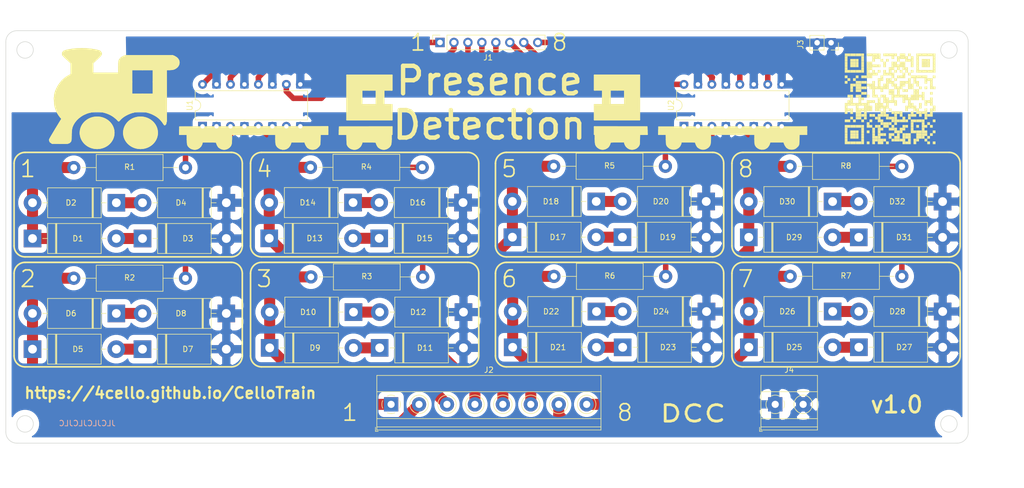
<source format=kicad_pcb>
(kicad_pcb (version 20171130) (host pcbnew "(5.1.9)-1")
  (layers (0 F.Cu signal) (31 B.Cu signal) (36 B.SilkS user) (37 F.SilkS user) (38 B.Mask user) (39 F.Mask user) (44 Edge.Cuts user))
  (net 0 "")
  (net 1 "Net-(D1-Pad2)")
  (net 2 "Net-(D2-Pad1)")
  (net 3 "Net-(D5-Pad2)")
  (net 4 "Net-(D6-Pad1)")
  (net 5 "Net-(D11-Pad1)")
  (net 6 "Net-(D10-Pad1)")
  (net 7 "Net-(D13-Pad2)")
  (net 8 "Net-(D14-Pad1)")
  (net 9 "Net-(D17-Pad2)")
  (net 10 "Net-(D18-Pad1)")
  (net 11 "Net-(D21-Pad2)")
  (net 12 "Net-(D22-Pad1)")
  (net 13 "Net-(D25-Pad2)")
  (net 14 "Net-(D26-Pad1)")
  (net 15 "Net-(D29-Pad2)")
  (net 16 "Net-(D30-Pad1)")
  (net 17 Booster)
  (net 18 /Quad_Sniffer1/Track1)
  (net 19 /Quad_Sniffer1/Track2)
  (net 20 /Quad_Sniffer1/Track3)
  (net 21 /Quad_Sniffer1/Track4)
  (net 22 /sheet60A16D49/Track1)
  (net 23 /sheet60A16D49/Track2)
  (net 24 /sheet60A16D49/Track3)
  (net 25 /sheet60A16D49/Track4)
  (net 26 /sheet60A16D49/Presence4)
  (net 27 /sheet60A16D49/Presence3)
  (net 28 /sheet60A16D49/Presence2)
  (net 29 /sheet60A16D49/Presence1)
  (net 30 /Quad_Sniffer1/Presence4)
  (net 31 /Quad_Sniffer1/Presence3)
  (net 32 /Quad_Sniffer1/Presence2)
  (net 33 /Quad_Sniffer1/Presence1)
  (net 34 LogicReference)
  (net 35 /Quad_Sniffer1/Sniffer1/Coupler)
  (net 36 /Quad_Sniffer1/Sniffer2/Coupler)
  (net 37 /Quad_Sniffer1/Sniffer3/Coupler)
  (net 38 /Quad_Sniffer1/Sniffer4/Coupler)
  (net 39 /sheet60A16D49/Sniffer1/Coupler)
  (net 40 /sheet60A16D49/Sniffer2/Coupler)
  (net 41 /sheet60A16D49/Sniffer3/Coupler)
  (net 42 /sheet60A16D49/Sniffer4/Coupler)
  (module train-presence:QR_CelloTrain (layer F.Cu) (at 215.205001 67.400001)
    (fp_text reference QR***** hide)
    (fp_text value QR_CelloTrain hide)
  )
  (module Diode_THT:D_DO-201AD_P15.24mm_Horizontal (layer F.Cu) (at 94.495001 86.300001 180)
    (fp_text reference D4 (at 8.24 0) (layer F.SilkS))
    (fp_text value 1N5401)
    (pad 1 thru_hole rect (at 0 0 180) (size 3.2 3.2) (drill 1.6) (layers *.Cu *.Mask) (net 17 Booster))
    (pad 2 thru_hole oval (at 15.24 0 180) (size 3.2 3.2) (drill 1.6) (layers *.Cu *.Mask) (net 2 "Net-(D2-Pad1)"))
  )
  (module train-presence:Locomotive_Waggons (layer F.Cu) (at 54.4 55.015)
    (fp_text reference REF** (at 16 11) (layer F.SilkS))
    (fp_text value Locomotive_Waggons)
  )
  (module Package_DIP:DIP-16_W7.62mm (layer F.Cu) (at 90.17 72.39 90)
    (fp_text reference U1 (at 3.81 -2.33 90) (layer F.SilkS))
    (fp_text value LTV-844)
    (pad 16 thru_hole oval (at 7.62 0 90) (size 1.6 1.6) (drill 0.8) (layers *.Cu *.Mask) (net 33 /Quad_Sniffer1/Presence1))
    (pad 8 thru_hole oval (at 0 17.78 90) (size 1.6 1.6) (drill 0.8) (layers *.Cu *.Mask) (net 17 Booster))
    (pad 15 thru_hole oval (at 7.62 2.54 90) (size 1.6 1.6) (drill 0.8) (layers *.Cu *.Mask) (net 34 LogicReference))
    (pad 7 thru_hole oval (at 0 15.24 90) (size 1.6 1.6) (drill 0.8) (layers *.Cu *.Mask) (net 38 /Quad_Sniffer1/Sniffer4/Coupler))
    (pad 14 thru_hole oval (at 7.62 5.08 90) (size 1.6 1.6) (drill 0.8) (layers *.Cu *.Mask) (net 32 /Quad_Sniffer1/Presence2))
    (pad 6 thru_hole oval (at 0 12.7 90) (size 1.6 1.6) (drill 0.8) (layers *.Cu *.Mask) (net 17 Booster))
    (pad 13 thru_hole oval (at 7.62 7.62 90) (size 1.6 1.6) (drill 0.8) (layers *.Cu *.Mask) (net 34 LogicReference))
    (pad 5 thru_hole oval (at 0 10.16 90) (size 1.6 1.6) (drill 0.8) (layers *.Cu *.Mask) (net 37 /Quad_Sniffer1/Sniffer3/Coupler))
    (pad 12 thru_hole oval (at 7.62 10.16 90) (size 1.6 1.6) (drill 0.8) (layers *.Cu *.Mask) (net 31 /Quad_Sniffer1/Presence3))
    (pad 4 thru_hole oval (at 0 7.62 90) (size 1.6 1.6) (drill 0.8) (layers *.Cu *.Mask) (net 17 Booster))
    (pad 11 thru_hole oval (at 7.62 12.7 90) (size 1.6 1.6) (drill 0.8) (layers *.Cu *.Mask) (net 34 LogicReference))
    (pad 3 thru_hole oval (at 0 5.08 90) (size 1.6 1.6) (drill 0.8) (layers *.Cu *.Mask) (net 36 /Quad_Sniffer1/Sniffer2/Coupler))
    (pad 10 thru_hole oval (at 7.62 15.24 90) (size 1.6 1.6) (drill 0.8) (layers *.Cu *.Mask) (net 30 /Quad_Sniffer1/Presence4))
    (pad 2 thru_hole oval (at 0 2.54 90) (size 1.6 1.6) (drill 0.8) (layers *.Cu *.Mask) (net 17 Booster))
    (pad 9 thru_hole oval (at 7.62 17.78 90) (size 1.6 1.6) (drill 0.8) (layers *.Cu *.Mask) (net 34 LogicReference))
    (pad 1 thru_hole rect (at 0 0 90) (size 1.6 1.6) (drill 0.8) (layers *.Cu *.Mask) (net 35 /Quad_Sniffer1/Sniffer1/Coupler))
  )
  (module Connector_PinSocket_2.54mm:PinSocket_1x08_P2.54mm_Vertical (layer F.Cu) (at 133.35 57.15 90)
    (fp_text reference J1 (at -2.75 8.75 180) (layer F.SilkS))
    (fp_text value Conn_01x08_Female)
    (pad 8 thru_hole oval (at 0 17.78 90) (size 1.7 1.7) (drill 1) (layers *.Cu *.Mask) (net 26 /sheet60A16D49/Presence4))
    (pad 7 thru_hole oval (at 0 15.24 90) (size 1.7 1.7) (drill 1) (layers *.Cu *.Mask) (net 27 /sheet60A16D49/Presence3))
    (pad 6 thru_hole oval (at 0 12.7 90) (size 1.7 1.7) (drill 1) (layers *.Cu *.Mask) (net 28 /sheet60A16D49/Presence2))
    (pad 5 thru_hole oval (at 0 10.16 90) (size 1.7 1.7) (drill 1) (layers *.Cu *.Mask) (net 29 /sheet60A16D49/Presence1))
    (pad 4 thru_hole oval (at 0 7.62 90) (size 1.7 1.7) (drill 1) (layers *.Cu *.Mask) (net 30 /Quad_Sniffer1/Presence4))
    (pad 3 thru_hole oval (at 0 5.08 90) (size 1.7 1.7) (drill 1) (layers *.Cu *.Mask) (net 31 /Quad_Sniffer1/Presence3))
    (pad 2 thru_hole oval (at 0 2.54 90) (size 1.7 1.7) (drill 1) (layers *.Cu *.Mask) (net 32 /Quad_Sniffer1/Presence2))
    (pad 1 thru_hole rect (at 0 0 90) (size 1.7 1.7) (drill 1) (layers *.Cu *.Mask) (net 33 /Quad_Sniffer1/Presence1))
  )
  (module TerminalBlock_Phoenix:TerminalBlock_Phoenix_MKDS-1,5-8-5.08_1x08_P5.08mm_Horizontal (layer F.Cu) (at 124.46 122.96)
    (fp_text reference J2 (at 17.78 -6.26) (layer F.SilkS))
    (fp_text value Screw_Terminal_01x08)
    (pad 8 thru_hole circle (at 35.56 0) (size 2.6 2.6) (drill 1.3) (layers *.Cu *.Mask) (net 25 /sheet60A16D49/Track4))
    (pad 7 thru_hole circle (at 30.48 0) (size 2.6 2.6) (drill 1.3) (layers *.Cu *.Mask) (net 24 /sheet60A16D49/Track3))
    (pad 6 thru_hole circle (at 25.4 0) (size 2.6 2.6) (drill 1.3) (layers *.Cu *.Mask) (net 23 /sheet60A16D49/Track2))
    (pad 5 thru_hole circle (at 20.32 0) (size 2.6 2.6) (drill 1.3) (layers *.Cu *.Mask) (net 22 /sheet60A16D49/Track1))
    (pad 4 thru_hole circle (at 15.24 0) (size 2.6 2.6) (drill 1.3) (layers *.Cu *.Mask) (net 21 /Quad_Sniffer1/Track4))
    (pad 3 thru_hole circle (at 10.16 0) (size 2.6 2.6) (drill 1.3) (layers *.Cu *.Mask) (net 20 /Quad_Sniffer1/Track3))
    (pad 2 thru_hole circle (at 5.08 0) (size 2.6 2.6) (drill 1.3) (layers *.Cu *.Mask) (net 19 /Quad_Sniffer1/Track2))
    (pad 1 thru_hole rect (at 0 0) (size 2.6 2.6) (drill 1.3) (layers *.Cu *.Mask) (net 18 /Quad_Sniffer1/Track1))
  )
  (module Connector_PinSocket_2.54mm:PinSocket_1x02_P2.54mm_Vertical (layer F.Cu) (at 204.47 57.2 270)
    (fp_text reference J3 (at 0.315 5.57 270) (layer F.SilkS))
    (fp_text value Conn_01x02_Female)
    (pad 1 thru_hole rect (at 0 0 270) (size 1.7 1.7) (drill 1) (layers *.Cu *.Mask) (net 34 LogicReference))
    (pad 2 thru_hole oval (at 0 2.54 270) (size 1.7 1.7) (drill 1) (layers *.Cu *.Mask) (net 34 LogicReference))
  )
  (module TerminalBlock_Phoenix:TerminalBlock_Phoenix_MKDS-1,5-2-5.08_1x02_P5.08mm_Horizontal (layer F.Cu) (at 194.31 122.96)
    (fp_text reference J4 (at 2.54 -6.26) (layer F.SilkS))
    (fp_text value Screw_Terminal_01x02)
    (pad 1 thru_hole rect (at 0 0) (size 2.6 2.6) (drill 1.3) (layers *.Cu *.Mask) (net 17 Booster))
    (pad 2 thru_hole circle (at 5.08 0) (size 2.6 2.6) (drill 1.3) (layers *.Cu *.Mask) (net 17 Booster))
  )
  (module Package_DIP:DIP-16_W7.62mm (layer F.Cu) (at 177.71 72.39 90)
    (fp_text reference U2 (at 3.81 -2.33 90) (layer F.SilkS))
    (fp_text value LTV-844)
    (pad 1 thru_hole rect (at 0 0 90) (size 1.6 1.6) (drill 0.8) (layers *.Cu *.Mask) (net 39 /sheet60A16D49/Sniffer1/Coupler))
    (pad 9 thru_hole oval (at 7.62 17.78 90) (size 1.6 1.6) (drill 0.8) (layers *.Cu *.Mask) (net 34 LogicReference))
    (pad 2 thru_hole oval (at 0 2.54 90) (size 1.6 1.6) (drill 0.8) (layers *.Cu *.Mask) (net 17 Booster))
    (pad 10 thru_hole oval (at 7.62 15.24 90) (size 1.6 1.6) (drill 0.8) (layers *.Cu *.Mask) (net 26 /sheet60A16D49/Presence4))
    (pad 3 thru_hole oval (at 0 5.08 90) (size 1.6 1.6) (drill 0.8) (layers *.Cu *.Mask) (net 40 /sheet60A16D49/Sniffer2/Coupler))
    (pad 11 thru_hole oval (at 7.62 12.7 90) (size 1.6 1.6) (drill 0.8) (layers *.Cu *.Mask) (net 34 LogicReference))
    (pad 4 thru_hole oval (at 0 7.62 90) (size 1.6 1.6) (drill 0.8) (layers *.Cu *.Mask) (net 17 Booster))
    (pad 12 thru_hole oval (at 7.62 10.16 90) (size 1.6 1.6) (drill 0.8) (layers *.Cu *.Mask) (net 27 /sheet60A16D49/Presence3))
    (pad 5 thru_hole oval (at 0 10.16 90) (size 1.6 1.6) (drill 0.8) (layers *.Cu *.Mask) (net 41 /sheet60A16D49/Sniffer3/Coupler))
    (pad 13 thru_hole oval (at 7.62 7.62 90) (size 1.6 1.6) (drill 0.8) (layers *.Cu *.Mask) (net 34 LogicReference))
    (pad 6 thru_hole oval (at 0 12.7 90) (size 1.6 1.6) (drill 0.8) (layers *.Cu *.Mask) (net 17 Booster))
    (pad 14 thru_hole oval (at 7.62 5.08 90) (size 1.6 1.6) (drill 0.8) (layers *.Cu *.Mask) (net 28 /sheet60A16D49/Presence2))
    (pad 7 thru_hole oval (at 0 15.24 90) (size 1.6 1.6) (drill 0.8) (layers *.Cu *.Mask) (net 42 /sheet60A16D49/Sniffer4/Coupler))
    (pad 15 thru_hole oval (at 7.62 2.54 90) (size 1.6 1.6) (drill 0.8) (layers *.Cu *.Mask) (net 34 LogicReference))
    (pad 8 thru_hole oval (at 0 17.78 90) (size 1.6 1.6) (drill 0.8) (layers *.Cu *.Mask) (net 17 Booster))
    (pad 16 thru_hole oval (at 7.62 0 90) (size 1.6 1.6) (drill 0.8) (layers *.Cu *.Mask) (net 29 /sheet60A16D49/Presence1))
  )
  (module Diode_THT:D_DO-201AD_P15.24mm_Horizontal (layer F.Cu) (at 59.255001 92.800001)
    (fp_text reference D1 (at 8.25 0) (layer F.SilkS))
    (fp_text value 1N5401)
    (pad 2 thru_hole oval (at 15.24 0) (size 3.2 3.2) (drill 1.6) (layers *.Cu *.Mask) (net 1 "Net-(D1-Pad2)"))
    (pad 1 thru_hole rect (at 0 0) (size 3.2 3.2) (drill 1.6) (layers *.Cu *.Mask) (net 18 /Quad_Sniffer1/Track1))
  )
  (module Diode_THT:D_DO-201AD_P15.24mm_Horizontal (layer F.Cu) (at 74.495001 86.300001 180)
    (fp_text reference D2 (at 8.24 0) (layer F.SilkS))
    (fp_text value 1N5401)
    (pad 2 thru_hole oval (at 15.24 0 180) (size 3.2 3.2) (drill 1.6) (layers *.Cu *.Mask) (net 18 /Quad_Sniffer1/Track1))
    (pad 1 thru_hole rect (at 0 0 180) (size 3.2 3.2) (drill 1.6) (layers *.Cu *.Mask) (net 2 "Net-(D2-Pad1)"))
  )
  (module Diode_THT:D_DO-201AD_P15.24mm_Horizontal (layer F.Cu) (at 79.255001 92.800001)
    (fp_text reference D3 (at 8.25 0) (layer F.SilkS))
    (fp_text value 1N5401)
    (pad 1 thru_hole rect (at 0 0) (size 3.2 3.2) (drill 1.6) (layers *.Cu *.Mask) (net 1 "Net-(D1-Pad2)"))
    (pad 2 thru_hole oval (at 15.24 0) (size 3.2 3.2) (drill 1.6) (layers *.Cu *.Mask) (net 17 Booster))
  )
  (module Diode_THT:D_DO-201AD_P15.24mm_Horizontal (layer F.Cu) (at 59.250001 112.925001)
    (fp_text reference D5 (at 8.25 0) (layer F.SilkS))
    (fp_text value 1N5401)
    (pad 1 thru_hole rect (at 0 0) (size 3.2 3.2) (drill 1.6) (layers *.Cu *.Mask) (net 19 /Quad_Sniffer1/Track2))
    (pad 2 thru_hole oval (at 15.24 0) (size 3.2 3.2) (drill 1.6) (layers *.Cu *.Mask) (net 3 "Net-(D5-Pad2)"))
  )
  (module Diode_THT:D_DO-201AD_P15.24mm_Horizontal (layer F.Cu) (at 74.490001 106.425001 180)
    (fp_text reference D6 (at 8.24 0) (layer F.SilkS))
    (fp_text value 1N5401)
    (pad 1 thru_hole rect (at 0 0 180) (size 3.2 3.2) (drill 1.6) (layers *.Cu *.Mask) (net 4 "Net-(D6-Pad1)"))
    (pad 2 thru_hole oval (at 15.24 0 180) (size 3.2 3.2) (drill 1.6) (layers *.Cu *.Mask) (net 19 /Quad_Sniffer1/Track2))
  )
  (module Diode_THT:D_DO-201AD_P15.24mm_Horizontal (layer F.Cu) (at 79.250001 112.925001)
    (fp_text reference D7 (at 8.25 0) (layer F.SilkS))
    (fp_text value 1N5401)
    (pad 2 thru_hole oval (at 15.24 0) (size 3.2 3.2) (drill 1.6) (layers *.Cu *.Mask) (net 17 Booster))
    (pad 1 thru_hole rect (at 0 0) (size 3.2 3.2) (drill 1.6) (layers *.Cu *.Mask) (net 3 "Net-(D5-Pad2)"))
  )
  (module Diode_THT:D_DO-201AD_P15.24mm_Horizontal (layer F.Cu) (at 94.490001 106.425001 180)
    (fp_text reference D8 (at 8.24 0) (layer F.SilkS))
    (fp_text value 1N5401)
    (pad 1 thru_hole rect (at 0 0 180) (size 3.2 3.2) (drill 1.6) (layers *.Cu *.Mask) (net 17 Booster))
    (pad 2 thru_hole oval (at 15.24 0 180) (size 3.2 3.2) (drill 1.6) (layers *.Cu *.Mask) (net 4 "Net-(D6-Pad1)"))
  )
  (module Diode_THT:D_DO-201AD_P15.24mm_Horizontal (layer F.Cu) (at 102.380001 112.685001)
    (fp_text reference D9 (at 8.25 0) (layer F.SilkS))
    (fp_text value 1N5401)
    (pad 1 thru_hole rect (at 0 0) (size 3.2 3.2) (drill 1.6) (layers *.Cu *.Mask) (net 20 /Quad_Sniffer1/Track3))
    (pad 2 thru_hole oval (at 15.24 0) (size 3.2 3.2) (drill 1.6) (layers *.Cu *.Mask) (net 5 "Net-(D11-Pad1)"))
  )
  (module Diode_THT:D_DO-201AD_P15.24mm_Horizontal (layer F.Cu) (at 117.620001 106.185001 180)
    (fp_text reference D10 (at 8.24 0) (layer F.SilkS))
    (fp_text value 1N5401)
    (pad 1 thru_hole rect (at 0 0 180) (size 3.2 3.2) (drill 1.6) (layers *.Cu *.Mask) (net 6 "Net-(D10-Pad1)"))
    (pad 2 thru_hole oval (at 15.24 0 180) (size 3.2 3.2) (drill 1.6) (layers *.Cu *.Mask) (net 20 /Quad_Sniffer1/Track3))
  )
  (module Diode_THT:D_DO-201AD_P15.24mm_Horizontal (layer F.Cu) (at 122.380001 112.685001)
    (fp_text reference D11 (at 8.25 0) (layer F.SilkS))
    (fp_text value 1N5401)
    (pad 2 thru_hole oval (at 15.24 0) (size 3.2 3.2) (drill 1.6) (layers *.Cu *.Mask) (net 17 Booster))
    (pad 1 thru_hole rect (at 0 0) (size 3.2 3.2) (drill 1.6) (layers *.Cu *.Mask) (net 5 "Net-(D11-Pad1)"))
  )
  (module Diode_THT:D_DO-201AD_P15.24mm_Horizontal (layer F.Cu) (at 137.620001 106.185001 180)
    (fp_text reference D12 (at 8.24 0) (layer F.SilkS))
    (fp_text value 1N5401)
    (pad 2 thru_hole oval (at 15.24 0 180) (size 3.2 3.2) (drill 1.6) (layers *.Cu *.Mask) (net 6 "Net-(D10-Pad1)"))
    (pad 1 thru_hole rect (at 0 0 180) (size 3.2 3.2) (drill 1.6) (layers *.Cu *.Mask) (net 17 Booster))
  )
  (module Diode_THT:D_DO-201AD_P15.24mm_Horizontal (layer F.Cu) (at 102.300001 92.765001)
    (fp_text reference D13 (at 8.25 0) (layer F.SilkS))
    (fp_text value 1N5401)
    (pad 1 thru_hole rect (at 0 0) (size 3.2 3.2) (drill 1.6) (layers *.Cu *.Mask) (net 21 /Quad_Sniffer1/Track4))
    (pad 2 thru_hole oval (at 15.24 0) (size 3.2 3.2) (drill 1.6) (layers *.Cu *.Mask) (net 7 "Net-(D13-Pad2)"))
  )
  (module Diode_THT:D_DO-201AD_P15.24mm_Horizontal (layer F.Cu) (at 117.540001 86.265001 180)
    (fp_text reference D14 (at 8.24 0) (layer F.SilkS))
    (fp_text value 1N5401)
    (pad 1 thru_hole rect (at 0 0 180) (size 3.2 3.2) (drill 1.6) (layers *.Cu *.Mask) (net 8 "Net-(D14-Pad1)"))
    (pad 2 thru_hole oval (at 15.24 0 180) (size 3.2 3.2) (drill 1.6) (layers *.Cu *.Mask) (net 21 /Quad_Sniffer1/Track4))
  )
  (module Diode_THT:D_DO-201AD_P15.24mm_Horizontal (layer F.Cu) (at 122.300001 92.765001)
    (fp_text reference D15 (at 8.25 0) (layer F.SilkS))
    (fp_text value 1N5401)
    (pad 2 thru_hole oval (at 15.24 0) (size 3.2 3.2) (drill 1.6) (layers *.Cu *.Mask) (net 17 Booster))
    (pad 1 thru_hole rect (at 0 0) (size 3.2 3.2) (drill 1.6) (layers *.Cu *.Mask) (net 7 "Net-(D13-Pad2)"))
  )
  (module Diode_THT:D_DO-201AD_P15.24mm_Horizontal (layer F.Cu) (at 137.540001 86.265001 180)
    (fp_text reference D16 (at 8.24 0) (layer F.SilkS))
    (fp_text value 1N5401)
    (pad 2 thru_hole oval (at 15.24 0 180) (size 3.2 3.2) (drill 1.6) (layers *.Cu *.Mask) (net 8 "Net-(D14-Pad1)"))
    (pad 1 thru_hole rect (at 0 0 180) (size 3.2 3.2) (drill 1.6) (layers *.Cu *.Mask) (net 17 Booster))
  )
  (module Diode_THT:D_DO-201AD_P15.24mm_Horizontal (layer F.Cu) (at 146.520001 92.565001)
    (fp_text reference D17 (at 8.25 0) (layer F.SilkS))
    (fp_text value 1N5401)
    (pad 1 thru_hole rect (at 0 0) (size 3.2 3.2) (drill 1.6) (layers *.Cu *.Mask) (net 22 /sheet60A16D49/Track1))
    (pad 2 thru_hole oval (at 15.24 0) (size 3.2 3.2) (drill 1.6) (layers *.Cu *.Mask) (net 9 "Net-(D17-Pad2)"))
  )
  (module Diode_THT:D_DO-201AD_P15.24mm_Horizontal (layer F.Cu) (at 161.760001 86.065001 180)
    (fp_text reference D18 (at 8.24 0) (layer F.SilkS))
    (fp_text value 1N5401)
    (pad 1 thru_hole rect (at 0 0 180) (size 3.2 3.2) (drill 1.6) (layers *.Cu *.Mask) (net 10 "Net-(D18-Pad1)"))
    (pad 2 thru_hole oval (at 15.24 0 180) (size 3.2 3.2) (drill 1.6) (layers *.Cu *.Mask) (net 22 /sheet60A16D49/Track1))
  )
  (module Diode_THT:D_DO-201AD_P15.24mm_Horizontal (layer F.Cu) (at 166.520001 92.565001)
    (fp_text reference D19 (at 8.25 0) (layer F.SilkS))
    (fp_text value 1N5401)
    (pad 2 thru_hole oval (at 15.24 0) (size 3.2 3.2) (drill 1.6) (layers *.Cu *.Mask) (net 17 Booster))
    (pad 1 thru_hole rect (at 0 0) (size 3.2 3.2) (drill 1.6) (layers *.Cu *.Mask) (net 9 "Net-(D17-Pad2)"))
  )
  (module Diode_THT:D_DO-201AD_P15.24mm_Horizontal (layer F.Cu) (at 181.760001 86.065001 180)
    (fp_text reference D20 (at 8.24 0) (layer F.SilkS))
    (fp_text value 1N5401)
    (pad 2 thru_hole oval (at 15.24 0 180) (size 3.2 3.2) (drill 1.6) (layers *.Cu *.Mask) (net 10 "Net-(D18-Pad1)"))
    (pad 1 thru_hole rect (at 0 0 180) (size 3.2 3.2) (drill 1.6) (layers *.Cu *.Mask) (net 17 Booster))
  )
  (module Diode_THT:D_DO-201AD_P15.24mm_Horizontal (layer F.Cu) (at 146.570001 112.585001)
    (fp_text reference D21 (at 8.25 0) (layer F.SilkS))
    (fp_text value 1N5401)
    (pad 2 thru_hole oval (at 15.24 0) (size 3.2 3.2) (drill 1.6) (layers *.Cu *.Mask) (net 11 "Net-(D21-Pad2)"))
    (pad 1 thru_hole rect (at 0 0) (size 3.2 3.2) (drill 1.6) (layers *.Cu *.Mask) (net 23 /sheet60A16D49/Track2))
  )
  (module Diode_THT:D_DO-201AD_P15.24mm_Horizontal (layer F.Cu) (at 161.810001 106.085001 180)
    (fp_text reference D22 (at 8.24 0) (layer F.SilkS))
    (fp_text value 1N5401)
    (pad 2 thru_hole oval (at 15.24 0 180) (size 3.2 3.2) (drill 1.6) (layers *.Cu *.Mask) (net 23 /sheet60A16D49/Track2))
    (pad 1 thru_hole rect (at 0 0 180) (size 3.2 3.2) (drill 1.6) (layers *.Cu *.Mask) (net 12 "Net-(D22-Pad1)"))
  )
  (module Diode_THT:D_DO-201AD_P15.24mm_Horizontal (layer F.Cu) (at 166.570001 112.585001)
    (fp_text reference D23 (at 8.25 0) (layer F.SilkS))
    (fp_text value 1N5401)
    (pad 1 thru_hole rect (at 0 0) (size 3.2 3.2) (drill 1.6) (layers *.Cu *.Mask) (net 11 "Net-(D21-Pad2)"))
    (pad 2 thru_hole oval (at 15.24 0) (size 3.2 3.2) (drill 1.6) (layers *.Cu *.Mask) (net 17 Booster))
  )
  (module Diode_THT:D_DO-201AD_P15.24mm_Horizontal (layer F.Cu) (at 181.810001 106.085001 180)
    (fp_text reference D24 (at 8.24 0) (layer F.SilkS))
    (fp_text value 1N5401)
    (pad 1 thru_hole rect (at 0 0 180) (size 3.2 3.2) (drill 1.6) (layers *.Cu *.Mask) (net 17 Booster))
    (pad 2 thru_hole oval (at 15.24 0 180) (size 3.2 3.2) (drill 1.6) (layers *.Cu *.Mask) (net 12 "Net-(D22-Pad1)"))
  )
  (module Diode_THT:D_DO-201AD_P15.24mm_Horizontal (layer F.Cu) (at 189.520001 112.575001)
    (fp_text reference D25 (at 8.25 0) (layer F.SilkS))
    (fp_text value 1N5401)
    (pad 2 thru_hole oval (at 15.24 0) (size 3.2 3.2) (drill 1.6) (layers *.Cu *.Mask) (net 13 "Net-(D25-Pad2)"))
    (pad 1 thru_hole rect (at 0 0) (size 3.2 3.2) (drill 1.6) (layers *.Cu *.Mask) (net 24 /sheet60A16D49/Track3))
  )
  (module Diode_THT:D_DO-201AD_P15.24mm_Horizontal (layer F.Cu) (at 204.760001 106.075001 180)
    (fp_text reference D26 (at 8.24 0) (layer F.SilkS))
    (fp_text value 1N5401)
    (pad 1 thru_hole rect (at 0 0 180) (size 3.2 3.2) (drill 1.6) (layers *.Cu *.Mask) (net 14 "Net-(D26-Pad1)"))
    (pad 2 thru_hole oval (at 15.24 0 180) (size 3.2 3.2) (drill 1.6) (layers *.Cu *.Mask) (net 24 /sheet60A16D49/Track3))
  )
  (module Diode_THT:D_DO-201AD_P15.24mm_Horizontal (layer F.Cu) (at 209.520001 112.575001)
    (fp_text reference D27 (at 8.25 0) (layer F.SilkS))
    (fp_text value 1N5401)
    (pad 2 thru_hole oval (at 15.24 0) (size 3.2 3.2) (drill 1.6) (layers *.Cu *.Mask) (net 17 Booster))
    (pad 1 thru_hole rect (at 0 0) (size 3.2 3.2) (drill 1.6) (layers *.Cu *.Mask) (net 13 "Net-(D25-Pad2)"))
  )
  (module Diode_THT:D_DO-201AD_P15.24mm_Horizontal (layer F.Cu) (at 224.760001 106.075001 180)
    (fp_text reference D28 (at 8.24 0) (layer F.SilkS))
    (fp_text value 1N5401)
    (pad 2 thru_hole oval (at 15.24 0 180) (size 3.2 3.2) (drill 1.6) (layers *.Cu *.Mask) (net 14 "Net-(D26-Pad1)"))
    (pad 1 thru_hole rect (at 0 0 180) (size 3.2 3.2) (drill 1.6) (layers *.Cu *.Mask) (net 17 Booster))
  )
  (module Diode_THT:D_DO-201AD_P15.24mm_Horizontal (layer F.Cu) (at 189.500001 92.585001)
    (fp_text reference D29 (at 8.25 0) (layer F.SilkS))
    (fp_text value 1N5401)
    (pad 2 thru_hole oval (at 15.24 0) (size 3.2 3.2) (drill 1.6) (layers *.Cu *.Mask) (net 15 "Net-(D29-Pad2)"))
    (pad 1 thru_hole rect (at 0 0) (size 3.2 3.2) (drill 1.6) (layers *.Cu *.Mask) (net 25 /sheet60A16D49/Track4))
  )
  (module Diode_THT:D_DO-201AD_P15.24mm_Horizontal (layer F.Cu) (at 204.740001 86.085001 180)
    (fp_text reference D30 (at 8.24 0) (layer F.SilkS))
    (fp_text value 1N5401)
    (pad 2 thru_hole oval (at 15.24 0 180) (size 3.2 3.2) (drill 1.6) (layers *.Cu *.Mask) (net 25 /sheet60A16D49/Track4))
    (pad 1 thru_hole rect (at 0 0 180) (size 3.2 3.2) (drill 1.6) (layers *.Cu *.Mask) (net 16 "Net-(D30-Pad1)"))
  )
  (module Diode_THT:D_DO-201AD_P15.24mm_Horizontal (layer F.Cu) (at 209.500001 92.585001)
    (fp_text reference D31 (at 8.25 0) (layer F.SilkS))
    (fp_text value 1N5401)
    (pad 1 thru_hole rect (at 0 0) (size 3.2 3.2) (drill 1.6) (layers *.Cu *.Mask) (net 15 "Net-(D29-Pad2)"))
    (pad 2 thru_hole oval (at 15.24 0) (size 3.2 3.2) (drill 1.6) (layers *.Cu *.Mask) (net 17 Booster))
  )
  (module Diode_THT:D_DO-201AD_P15.24mm_Horizontal (layer F.Cu) (at 224.740001 86.085001 180)
    (fp_text reference D32 (at 8.24 0) (layer F.SilkS))
    (fp_text value 1N5401)
    (pad 1 thru_hole rect (at 0 0 180) (size 3.2 3.2) (drill 1.6) (layers *.Cu *.Mask) (net 17 Booster))
    (pad 2 thru_hole oval (at 15.24 0 180) (size 3.2 3.2) (drill 1.6) (layers *.Cu *.Mask) (net 16 "Net-(D30-Pad1)"))
  )
  (module Resistor_THT:R_Axial_DIN0414_L11.9mm_D4.5mm_P20.32mm_Horizontal (layer F.Cu) (at 66.755001 79.900001)
    (fp_text reference R1 (at 10.16 -0.1) (layer F.SilkS))
    (fp_text value R)
    (pad 2 thru_hole oval (at 20.32 0) (size 2.4 2.4) (drill 1.2) (layers *.Cu *.Mask) (net 35 /Quad_Sniffer1/Sniffer1/Coupler))
    (pad 1 thru_hole circle (at 0 0) (size 2.4 2.4) (drill 1.2) (layers *.Cu *.Mask) (net 18 /Quad_Sniffer1/Track1))
  )
  (module Resistor_THT:R_Axial_DIN0414_L11.9mm_D4.5mm_P20.32mm_Horizontal (layer F.Cu) (at 66.750001 100.025001)
    (fp_text reference R2 (at 10.16 -0.1) (layer F.SilkS))
    (fp_text value R)
    (pad 2 thru_hole oval (at 20.32 0) (size 2.4 2.4) (drill 1.2) (layers *.Cu *.Mask) (net 36 /Quad_Sniffer1/Sniffer2/Coupler))
    (pad 1 thru_hole circle (at 0 0) (size 2.4 2.4) (drill 1.2) (layers *.Cu *.Mask) (net 19 /Quad_Sniffer1/Track2))
  )
  (module Resistor_THT:R_Axial_DIN0414_L11.9mm_D4.5mm_P20.32mm_Horizontal (layer F.Cu) (at 109.880001 99.785001)
    (fp_text reference R3 (at 10.16 -0.1) (layer F.SilkS))
    (fp_text value R)
    (pad 1 thru_hole circle (at 0 0) (size 2.4 2.4) (drill 1.2) (layers *.Cu *.Mask) (net 20 /Quad_Sniffer1/Track3))
    (pad 2 thru_hole oval (at 20.32 0) (size 2.4 2.4) (drill 1.2) (layers *.Cu *.Mask) (net 37 /Quad_Sniffer1/Sniffer3/Coupler))
  )
  (module Resistor_THT:R_Axial_DIN0414_L11.9mm_D4.5mm_P20.32mm_Horizontal (layer F.Cu) (at 109.800001 79.865001)
    (fp_text reference R4 (at 10.16 -0.1) (layer F.SilkS))
    (fp_text value R)
    (pad 2 thru_hole oval (at 20.32 0) (size 2.4 2.4) (drill 1.2) (layers *.Cu *.Mask) (net 38 /Quad_Sniffer1/Sniffer4/Coupler))
    (pad 1 thru_hole circle (at 0 0) (size 2.4 2.4) (drill 1.2) (layers *.Cu *.Mask) (net 21 /Quad_Sniffer1/Track4))
  )
  (module Resistor_THT:R_Axial_DIN0414_L11.9mm_D4.5mm_P20.32mm_Horizontal (layer F.Cu) (at 154.020001 79.665001)
    (fp_text reference R5 (at 10.16 -0.1) (layer F.SilkS))
    (fp_text value R)
    (pad 1 thru_hole circle (at 0 0) (size 2.4 2.4) (drill 1.2) (layers *.Cu *.Mask) (net 22 /sheet60A16D49/Track1))
    (pad 2 thru_hole oval (at 20.32 0) (size 2.4 2.4) (drill 1.2) (layers *.Cu *.Mask) (net 39 /sheet60A16D49/Sniffer1/Coupler))
  )
  (module Resistor_THT:R_Axial_DIN0414_L11.9mm_D4.5mm_P20.32mm_Horizontal (layer F.Cu) (at 154.070001 99.685001)
    (fp_text reference R6 (at 10.16 -0.1) (layer F.SilkS))
    (fp_text value R)
    (pad 2 thru_hole oval (at 20.32 0) (size 2.4 2.4) (drill 1.2) (layers *.Cu *.Mask) (net 40 /sheet60A16D49/Sniffer2/Coupler))
    (pad 1 thru_hole circle (at 0 0) (size 2.4 2.4) (drill 1.2) (layers *.Cu *.Mask) (net 23 /sheet60A16D49/Track2))
  )
  (module Resistor_THT:R_Axial_DIN0414_L11.9mm_D4.5mm_P20.32mm_Horizontal (layer F.Cu) (at 197.020001 99.675001)
    (fp_text reference R7 (at 10.16 -0.1) (layer F.SilkS))
    (fp_text value R)
    (pad 1 thru_hole circle (at 0 0) (size 2.4 2.4) (drill 1.2) (layers *.Cu *.Mask) (net 24 /sheet60A16D49/Track3))
    (pad 2 thru_hole oval (at 20.32 0) (size 2.4 2.4) (drill 1.2) (layers *.Cu *.Mask) (net 41 /sheet60A16D49/Sniffer3/Coupler))
  )
  (module Resistor_THT:R_Axial_DIN0414_L11.9mm_D4.5mm_P20.32mm_Horizontal (layer F.Cu) (at 197.000001 79.685001)
    (fp_text reference R8 (at 10.16 -0.1) (layer F.SilkS))
    (fp_text value R)
    (pad 2 thru_hole oval (at 20.32 0) (size 2.4 2.4) (drill 1.2) (layers *.Cu *.Mask) (net 42 /sheet60A16D49/Sniffer4/Coupler))
    (pad 1 thru_hole circle (at 0 0) (size 2.4 2.4) (drill 1.2) (layers *.Cu *.Mask) (net 25 /sheet60A16D49/Track4))
  )
  (gr_text JLCJLCJLCJLC (at 69.205001 126.400001) (layer B.SilkS) (effects (font (size 1 1)) (justify mirror)))
  (gr_text https://4cello.github.io/CelloTrain (at 84.305001 120.900001) (layer F.SilkS) (effects (font (size 2 2) (thickness 0.4))))
  (gr_text v1.0 (at 216.4 123.015) (layer F.SilkS) (effects (font (size 3 3) (thickness 0.5))))
  (gr_circle (center 57.9 58.515) (end 56.4 58.515) (layer Edge.Cuts) (width 0.1))
  (gr_line (start 54.4 57.015) (end 54.4 128.015) (layer Edge.Cuts) (width 0.1))
  (gr_line (start 56.4 55.015) (end 227.4 55.015) (layer Edge.Cuts) (width 0.1))
  (gr_arc (start 56.4 57.015) (end 56.4 55.015) (angle -90) (layer Edge.Cuts) (width 0.1))
  (gr_circle (center 225.9 58.515) (end 224.4 58.515) (layer Edge.Cuts) (width 0.1))
  (gr_circle (center 225.9 126.515) (end 224.4 126.515) (layer Edge.Cuts) (width 0.1))
  (gr_circle (center 57.9 126.515) (end 56.4 126.515) (layer Edge.Cuts) (width 0.1))
  (gr_arc (start 227.4 57.015) (end 229.4 57.015) (angle -90) (layer Edge.Cuts) (width 0.1))
  (gr_arc (start 227.4 128.015) (end 227.4 130.015) (angle -90) (layer Edge.Cuts) (width 0.1))
  (gr_arc (start 56.4 128.015) (end 54.4 128.015) (angle -90) (layer Edge.Cuts) (width 0.1))
  (gr_line (start 229.4 57.015) (end 229.4 128.015) (layer Edge.Cuts) (width 0.1))
  (gr_line (start 56.4 130.015) (end 227.4 130.015) (layer Edge.Cuts) (width 0.1))
  (gr_text "Presence\nDetection" (at 142.35 68.15) (layer F.SilkS) (effects (font (size 5 5) (thickness 0.8))))
  (gr_text DCC (at 179.35 124.65) (layer F.SilkS) (effects (font (size 3 4) (thickness 0.5))))
  (gr_text 8 (at 155.1 57.15) (layer F.SilkS) (effects (font (size 3 3) (thickness 0.3))))
  (gr_text 1 (at 129.35 57.15) (layer F.SilkS) (effects (font (size 3 3) (thickness 0.3))))
  (gr_text 8 (at 166.96 124.46) (layer F.SilkS) (effects (font (size 3 3) (thickness 0.3))))
  (gr_text 1 (at 116.96 124.46) (layer F.SilkS) (effects (font (size 3 3) (thickness 0.3))))
  (gr_text 3 (at 101.4 100.14) (layer F.SilkS) (effects (font (size 3 3) (thickness 0.3))))
  (gr_arc (start 100.9 99.14) (end 100.9 97.14) (angle -90) (layer F.SilkS) (width 0.3))
  (gr_line (start 140.4 99.14) (end 140.4 114.14) (layer F.SilkS) (width 0.3))
  (gr_line (start 100.9 97.14) (end 138.4 97.14) (layer F.SilkS) (width 0.3))
  (gr_arc (start 138.4 114.14) (end 138.4 116.14) (angle -90) (layer F.SilkS) (width 0.3))
  (gr_line (start 138.4 116.14) (end 100.9 116.14) (layer F.SilkS) (width 0.3))
  (gr_arc (start 100.9 114.14) (end 98.9 114.14) (angle -90) (layer F.SilkS) (width 0.3))
  (gr_line (start 98.9 114.14) (end 98.9 99.14) (layer F.SilkS) (width 0.3))
  (gr_arc (start 138.4 99.14) (end 140.4 99.14) (angle -90) (layer F.SilkS) (width 0.3))
  (gr_text 6 (at 145.94 100.14) (layer F.SilkS) (effects (font (size 3 3) (thickness 0.3))))
  (gr_arc (start 145.44 99.14) (end 145.44 97.14) (angle -90) (layer F.SilkS) (width 0.3))
  (gr_line (start 184.94 99.14) (end 184.94 114.14) (layer F.SilkS) (width 0.3))
  (gr_line (start 145.44 97.14) (end 182.94 97.14) (layer F.SilkS) (width 0.3))
  (gr_arc (start 182.94 114.14) (end 182.94 116.14) (angle -90) (layer F.SilkS) (width 0.3))
  (gr_line (start 182.94 116.14) (end 145.44 116.14) (layer F.SilkS) (width 0.3))
  (gr_arc (start 145.44 114.14) (end 143.44 114.14) (angle -90) (layer F.SilkS) (width 0.3))
  (gr_line (start 143.44 114.14) (end 143.44 99.14) (layer F.SilkS) (width 0.3))
  (gr_arc (start 182.94 99.14) (end 184.94 99.14) (angle -90) (layer F.SilkS) (width 0.3))
  (gr_text 7 (at 188.94 100.14) (layer F.SilkS) (effects (font (size 3 3) (thickness 0.3))))
  (gr_arc (start 188.44 99.14) (end 188.44 97.14) (angle -90) (layer F.SilkS) (width 0.3))
  (gr_line (start 227.94 99.14) (end 227.94 114.14) (layer F.SilkS) (width 0.3))
  (gr_line (start 188.44 97.14) (end 225.94 97.14) (layer F.SilkS) (width 0.3))
  (gr_arc (start 225.94 114.14) (end 225.94 116.14) (angle -90) (layer F.SilkS) (width 0.3))
  (gr_line (start 225.94 116.14) (end 188.44 116.14) (layer F.SilkS) (width 0.3))
  (gr_arc (start 188.44 114.14) (end 186.44 114.14) (angle -90) (layer F.SilkS) (width 0.3))
  (gr_line (start 186.44 114.14) (end 186.44 99.14) (layer F.SilkS) (width 0.3))
  (gr_arc (start 225.94 99.14) (end 227.94 99.14) (angle -90) (layer F.SilkS) (width 0.3))
  (gr_text 8 (at 188.94 80.14) (layer F.SilkS) (effects (font (size 3 3) (thickness 0.3))))
  (gr_arc (start 188.44 79.14) (end 188.44 77.14) (angle -90) (layer F.SilkS) (width 0.3))
  (gr_line (start 227.94 79.14) (end 227.94 94.14) (layer F.SilkS) (width 0.3))
  (gr_line (start 188.44 77.14) (end 225.94 77.14) (layer F.SilkS) (width 0.3))
  (gr_arc (start 225.94 94.14) (end 225.94 96.14) (angle -90) (layer F.SilkS) (width 0.3))
  (gr_line (start 225.94 96.14) (end 188.44 96.14) (layer F.SilkS) (width 0.3))
  (gr_arc (start 188.44 94.14) (end 186.44 94.14) (angle -90) (layer F.SilkS) (width 0.3))
  (gr_line (start 186.44 94.14) (end 186.44 79.14) (layer F.SilkS) (width 0.3))
  (gr_arc (start 225.94 79.14) (end 227.94 79.14) (angle -90) (layer F.SilkS) (width 0.3))
  (gr_text 5 (at 145.94 80.14) (layer F.SilkS) (effects (font (size 3 3) (thickness 0.3))))
  (gr_arc (start 145.44 79.14) (end 145.44 77.14) (angle -90) (layer F.SilkS) (width 0.3))
  (gr_line (start 184.94 79.14) (end 184.94 94.14) (layer F.SilkS) (width 0.3))
  (gr_line (start 145.44 77.14) (end 182.94 77.14) (layer F.SilkS) (width 0.3))
  (gr_arc (start 182.94 94.14) (end 182.94 96.14) (angle -90) (layer F.SilkS) (width 0.3))
  (gr_line (start 182.94 96.14) (end 145.44 96.14) (layer F.SilkS) (width 0.3))
  (gr_arc (start 145.44 94.14) (end 143.44 94.14) (angle -90) (layer F.SilkS) (width 0.3))
  (gr_line (start 143.44 94.14) (end 143.44 79.14) (layer F.SilkS) (width 0.3))
  (gr_arc (start 182.94 79.14) (end 184.94 79.14) (angle -90) (layer F.SilkS) (width 0.3))
  (gr_text 4 (at 101.4 80.14) (layer F.SilkS) (effects (font (size 3 3) (thickness 0.3))))
  (gr_arc (start 100.9 79.14) (end 100.9 77.14) (angle -90) (layer F.SilkS) (width 0.3))
  (gr_line (start 140.4 79.14) (end 140.4 94.14) (layer F.SilkS) (width 0.3))
  (gr_line (start 100.9 77.14) (end 138.4 77.14) (layer F.SilkS) (width 0.3))
  (gr_arc (start 138.4 94.14) (end 138.4 96.14) (angle -90) (layer F.SilkS) (width 0.3))
  (gr_line (start 138.4 96.14) (end 100.9 96.14) (layer F.SilkS) (width 0.3))
  (gr_arc (start 100.9 94.14) (end 98.9 94.14) (angle -90) (layer F.SilkS) (width 0.3))
  (gr_line (start 98.9 94.14) (end 98.9 79.14) (layer F.SilkS) (width 0.3))
  (gr_arc (start 138.4 79.14) (end 140.4 79.14) (angle -90) (layer F.SilkS) (width 0.3))
  (gr_text 1 (at 58.4 80.14) (layer F.SilkS) (effects (font (size 3 3) (thickness 0.3))))
  (gr_arc (start 57.9 79.14) (end 57.9 77.14) (angle -90) (layer F.SilkS) (width 0.3))
  (gr_line (start 97.4 79.14) (end 97.4 94.14) (layer F.SilkS) (width 0.3))
  (gr_line (start 57.9 77.14) (end 95.4 77.14) (layer F.SilkS) (width 0.3))
  (gr_arc (start 95.4 94.14) (end 95.4 96.14) (angle -90) (layer F.SilkS) (width 0.3))
  (gr_line (start 95.4 96.14) (end 57.9 96.14) (layer F.SilkS) (width 0.3))
  (gr_arc (start 57.9 94.14) (end 55.9 94.14) (angle -90) (layer F.SilkS) (width 0.3))
  (gr_line (start 55.9 94.14) (end 55.9 79.14) (layer F.SilkS) (width 0.3))
  (gr_arc (start 95.4 79.14) (end 97.4 79.14) (angle -90) (layer F.SilkS) (width 0.3))
  (gr_text 2 (at 58.4 100.14) (layer F.SilkS) (effects (font (size 3 3) (thickness 0.3))))
  (gr_line (start 55.9 114.14) (end 55.9 99.14) (layer F.SilkS) (width 0.3))
  (gr_line (start 95.4 116.14) (end 57.9 116.14) (layer F.SilkS) (width 0.3))
  (gr_line (start 97.4 99.14) (end 97.4 114.14) (layer F.SilkS) (width 0.3))
  (gr_line (start 57.9 97.14) (end 95.4 97.14) (layer F.SilkS) (width 0.3))
  (gr_arc (start 95.4 99.14) (end 97.4 99.14) (angle -90) (layer F.SilkS) (width 0.3))
  (gr_arc (start 95.4 114.14) (end 95.4 116.14) (angle -90) (layer F.SilkS) (width 0.3))
  (gr_arc (start 57.9 114.14) (end 55.9 114.14) (angle -90) (layer F.SilkS) (width 0.3))
  (gr_arc (start 57.9 99.14) (end 57.9 97.14) (angle -90) (layer F.SilkS) (width 0.3))
  (segment (start 74.495001 92.800001) (end 79.255001 92.800001) (width 2) (layer F.Cu) (net 1))
  (segment (start 74.495001 86.300001) (end 79.255001 86.300001) (width 2) (layer F.Cu) (net 2))
  (segment (start 74.490001 112.925001) (end 79.250001 112.925001) (width 2) (layer F.Cu) (net 3))
  (segment (start 74.490001 106.425001) (end 79.250001 106.425001) (width 2) (layer F.Cu) (net 4))
  (segment (start 117.620001 112.685001) (end 122.380001 112.685001) (width 2) (layer F.Cu) (net 5))
  (segment (start 117.620001 106.185001) (end 122.380001 106.185001) (width 2) (layer F.Cu) (net 6))
  (segment (start 117.540001 92.765001) (end 122.300001 92.765001) (width 2) (layer F.Cu) (net 7))
  (segment (start 117.540001 86.265001) (end 122.300001 86.265001) (width 2) (layer F.Cu) (net 8))
  (segment (start 161.760001 92.565001) (end 166.520001 92.565001) (width 2) (layer F.Cu) (net 9))
  (segment (start 161.760001 86.065001) (end 166.520001 86.065001) (width 2) (layer F.Cu) (net 10))
  (segment (start 161.810001 112.585001) (end 166.570001 112.585001) (width 2) (layer F.Cu) (net 11))
  (segment (start 161.810001 106.085001) (end 166.570001 106.085001) (width 2) (layer F.Cu) (net 12))
  (segment (start 204.760001 112.575001) (end 209.520001 112.575001) (width 2) (layer F.Cu) (net 13))
  (segment (start 204.760001 106.075001) (end 209.520001 106.075001) (width 2) (layer F.Cu) (net 14))
  (segment (start 204.740001 92.585001) (end 209.500001 92.585001) (width 2) (layer F.Cu) (net 15))
  (segment (start 204.740001 86.085001) (end 209.500001 86.085001) (width 2) (layer F.Cu) (net 16))
  (segment (start 59.255001 92.800001) (end 59.255001 86.300001) (width 2) (layer F.Cu) (net 18))
  (segment (start 59.255001 86.300001) (end 59.255001 83.300001) (width 2) (layer F.Cu) (net 18))
  (segment (start 62.655001 79.900001) (end 66.755001 79.900001) (width 2) (layer F.Cu) (net 18))
  (segment (start 59.255001 83.300001) (end 62.655001 79.900001) (width 2) (layer F.Cu) (net 18))
  (segment (start 124.46 122.96) (end 74.065 122.96) (width 2) (layer F.Cu) (net 18))
  (segment (start 74.065 122.96) (end 70.505001 119.400001) (width 2) (layer F.Cu) (net 18))
  (segment (start 70.505001 100.227999) (end 70.405001 100.127999) (width 2) (layer F.Cu) (net 18))
  (segment (start 70.505001 119.400001) (end 70.505001 100.227999) (width 2) (layer F.Cu) (net 18))
  (segment (start 70.405001 100.127999) (end 70.405001 97.000001) (width 2) (layer F.Cu) (net 18))
  (segment (start 66.205001 92.800001) (end 59.255001 92.800001) (width 2) (layer F.Cu) (net 18))
  (segment (start 70.405001 97.000001) (end 66.205001 92.800001) (width 2) (layer F.Cu) (net 18))
  (segment (start 59.250001 112.925001) (end 59.250001 106.425001) (width 2) (layer F.Cu) (net 19))
  (segment (start 59.250001 106.425001) (end 59.250001 103.425001) (width 2) (layer F.Cu) (net 19))
  (segment (start 62.650001 100.025001) (end 66.750001 100.025001) (width 2) (layer F.Cu) (net 19))
  (segment (start 59.250001 103.425001) (end 62.650001 100.025001) (width 2) (layer F.Cu) (net 19))
  (segment (start 59.250001 112.925001) (end 59.250001 117.645001) (width 2) (layer F.Cu) (net 19))
  (segment (start 59.250001 117.645001) (end 68.305001 126.700001) (width 2) (layer F.Cu) (net 19))
  (segment (start 125.799999 126.700001) (end 129.54 122.96) (width 2) (layer F.Cu) (net 19))
  (segment (start 68.305001 126.700001) (end 125.799999 126.700001) (width 2) (layer F.Cu) (net 19))
  (segment (start 102.380001 112.685001) (end 102.380001 106.185001) (width 2) (layer F.Cu) (net 20))
  (segment (start 102.380001 106.185001) (end 102.380001 103.185001) (width 2) (layer F.Cu) (net 20))
  (segment (start 105.780001 99.785001) (end 109.880001 99.785001) (width 2) (layer F.Cu) (net 20))
  (segment (start 102.380001 103.185001) (end 105.780001 99.785001) (width 2) (layer F.Cu) (net 20))
  (segment (start 134.62 122.96) (end 128.060001 116.400001) (width 2) (layer F.Cu) (net 20))
  (segment (start 106.095001 116.400001) (end 102.380001 112.685001) (width 2) (layer F.Cu) (net 20))
  (segment (start 128.060001 116.400001) (end 106.095001 116.400001) (width 2) (layer F.Cu) (net 20))
  (segment (start 102.300001 92.765001) (end 102.300001 86.265001) (width 2) (layer F.Cu) (net 21))
  (segment (start 102.300001 86.265001) (end 102.300001 83.265001) (width 2) (layer F.Cu) (net 21))
  (segment (start 105.700001 79.865001) (end 109.800001 79.865001) (width 2) (layer F.Cu) (net 21))
  (segment (start 102.300001 83.265001) (end 105.700001 79.865001) (width 2) (layer F.Cu) (net 21))
  (segment (start 105.100002 95.565002) (end 113.370002 95.565002) (width 2) (layer F.Cu) (net 21))
  (segment (start 102.300001 92.765001) (end 105.100002 95.565002) (width 2) (layer F.Cu) (net 21))
  (segment (start 113.370002 95.565002) (end 117.705001 99.900001) (width 2) (layer F.Cu) (net 21))
  (segment (start 117.705001 99.900001) (end 123.305001 99.900001) (width 2) (layer F.Cu) (net 21))
  (segment (start 123.305001 99.900001) (end 130.605001 107.200001) (width 2) (layer F.Cu) (net 21))
  (segment (start 130.605001 109.814003) (end 130.705001 109.914003) (width 2) (layer F.Cu) (net 21))
  (segment (start 130.605001 107.200001) (end 130.605001 109.814003) (width 2) (layer F.Cu) (net 21))
  (segment (start 130.705001 109.914003) (end 130.705001 111.100001) (width 2) (layer F.Cu) (net 21))
  (segment (start 139.7 120.095) (end 139.7 122.96) (width 2) (layer F.Cu) (net 21))
  (segment (start 130.705001 111.100001) (end 139.7 120.095) (width 2) (layer F.Cu) (net 21))
  (segment (start 146.520001 92.565001) (end 146.520001 86.065001) (width 2) (layer F.Cu) (net 22))
  (segment (start 146.520001 86.065001) (end 146.520001 83.065001) (width 2) (layer F.Cu) (net 22))
  (segment (start 149.920001 79.665001) (end 154.020001 79.665001) (width 2) (layer F.Cu) (net 22))
  (segment (start 146.520001 83.065001) (end 149.920001 79.665001) (width 2) (layer F.Cu) (net 22))
  (segment (start 144.78 122.96) (end 144.78 118.975) (width 2) (layer F.Cu) (net 22))
  (segment (start 144.78 118.975) (end 142.605001 116.800001) (width 2) (layer F.Cu) (net 22))
  (segment (start 142.605001 96.480001) (end 146.520001 92.565001) (width 2) (layer F.Cu) (net 22))
  (segment (start 142.605001 116.800001) (end 142.605001 96.480001) (width 2) (layer F.Cu) (net 22))
  (segment (start 146.570001 112.585001) (end 146.570001 106.085001) (width 2) (layer F.Cu) (net 23))
  (segment (start 146.570001 106.085001) (end 146.570001 103.085001) (width 2) (layer F.Cu) (net 23))
  (segment (start 149.970001 99.685001) (end 154.070001 99.685001) (width 2) (layer F.Cu) (net 23))
  (segment (start 146.570001 103.085001) (end 149.970001 99.685001) (width 2) (layer F.Cu) (net 23))
  (segment (start 149.86 115.875) (end 146.570001 112.585001) (width 2) (layer F.Cu) (net 23))
  (segment (start 149.86 122.96) (end 149.86 115.875) (width 2) (layer F.Cu) (net 23))
  (segment (start 189.520001 112.575001) (end 189.520001 106.075001) (width 2) (layer F.Cu) (net 24))
  (segment (start 189.520001 106.075001) (end 189.520001 103.075001) (width 2) (layer F.Cu) (net 24))
  (segment (start 192.920001 99.675001) (end 197.020001 99.675001) (width 2) (layer F.Cu) (net 24))
  (segment (start 189.520001 103.075001) (end 192.920001 99.675001) (width 2) (layer F.Cu) (net 24))
  (segment (start 154.94 122.96) (end 154.94 124.935) (width 2) (layer F.Cu) (net 24))
  (segment (start 154.94 124.935) (end 156.805001 126.800001) (width 2) (layer F.Cu) (net 24))
  (segment (start 175.295001 126.800001) (end 189.520001 112.575001) (width 2) (layer F.Cu) (net 24))
  (segment (start 156.805001 126.800001) (end 175.295001 126.800001) (width 2) (layer F.Cu) (net 24))
  (segment (start 189.500001 92.585001) (end 189.500001 86.085001) (width 2) (layer F.Cu) (net 25))
  (segment (start 189.500001 86.085001) (end 189.500001 83.085001) (width 2) (layer F.Cu) (net 25))
  (segment (start 192.900001 79.685001) (end 197.000001 79.685001) (width 2) (layer F.Cu) (net 25))
  (segment (start 189.500001 83.085001) (end 192.900001 79.685001) (width 2) (layer F.Cu) (net 25))
  (segment (start 160.02 122.96) (end 164.745002 122.96) (width 2) (layer F.Cu) (net 25))
  (segment (start 164.745002 122.96) (end 175.005001 112.700001) (width 2) (layer F.Cu) (net 25))
  (segment (start 175.005001 112.700001) (end 175.005001 105.500001) (width 2) (layer F.Cu) (net 25))
  (segment (start 175.005001 105.500001) (end 181.705001 98.800001) (width 2) (layer F.Cu) (net 25))
  (segment (start 181.705001 98.800001) (end 185.405001 98.800001) (width 2) (layer F.Cu) (net 25))
  (segment (start 189.500001 94.705001) (end 189.500001 92.585001) (width 2) (layer F.Cu) (net 25))
  (segment (start 185.405001 98.800001) (end 189.500001 94.705001) (width 2) (layer F.Cu) (net 25))
  (segment (start 189.23 57.15) (end 151.13 57.15) (width 1) (layer F.Cu) (net 26))
  (segment (start 192.95 60.87) (end 189.23 57.15) (width 1) (layer F.Cu) (net 26))
  (segment (start 192.95 64.77) (end 192.95 60.87) (width 1) (layer F.Cu) (net 26))
  (segment (start 187.87 64.77) (end 187.87 62.14) (width 1) (layer F.Cu) (net 27))
  (segment (start 187.87 62.14) (end 185.42 59.69) (width 1) (layer F.Cu) (net 27))
  (segment (start 151.13 59.69) (end 148.59 57.15) (width 1) (layer F.Cu) (net 27))
  (segment (start 185.42 59.69) (end 151.13 59.69) (width 1) (layer F.Cu) (net 27))
  (segment (start 182.88 63.5) (end 182.79 63.59) (width 1) (layer F.Cu) (net 28))
  (segment (start 181.61 62.23) (end 182.88 63.5) (width 1) (layer F.Cu) (net 28))
  (segment (start 151.13 62.23) (end 181.61 62.23) (width 1) (layer F.Cu) (net 28))
  (segment (start 182.79 63.59) (end 182.79 64.77) (width 1) (layer F.Cu) (net 28))
  (segment (start 146.05 57.15) (end 151.13 62.23) (width 1) (layer F.Cu) (net 28))
  (segment (start 143.51 57.15) (end 143.51 60.96) (width 1) (layer F.Cu) (net 29))
  (segment (start 143.51 60.96) (end 147.32 64.77) (width 1) (layer F.Cu) (net 29))
  (segment (start 147.32 64.77) (end 177.71 64.77) (width 1) (layer F.Cu) (net 29))
  (segment (start 105.41 64.77) (end 105.41 66.04) (width 1) (layer F.Cu) (net 30))
  (segment (start 105.41 66.04) (end 106.68 67.31) (width 1) (layer F.Cu) (net 30))
  (segment (start 106.68 67.31) (end 111.76 67.31) (width 1) (layer F.Cu) (net 30))
  (segment (start 111.76 67.31) (end 114.3 64.77) (width 1) (layer F.Cu) (net 30))
  (segment (start 114.3 64.77) (end 137.16 64.77) (width 1) (layer F.Cu) (net 30))
  (segment (start 140.97 60.96) (end 140.97 57.15) (width 1) (layer F.Cu) (net 30))
  (segment (start 137.16 64.77) (end 140.97 60.96) (width 1) (layer F.Cu) (net 30))
  (segment (start 138.43 59.69) (end 138.43 57.15) (width 1) (layer F.Cu) (net 31))
  (segment (start 135.89 62.23) (end 138.43 59.69) (width 1) (layer F.Cu) (net 31))
  (segment (start 101.6 62.23) (end 135.89 62.23) (width 1) (layer F.Cu) (net 31))
  (segment (start 100.33 63.5) (end 101.6 62.23) (width 1) (layer F.Cu) (net 31))
  (segment (start 100.33 64.77) (end 100.33 63.5) (width 1) (layer F.Cu) (net 31))
  (segment (start 135.89 58.352081) (end 134.552081 59.69) (width 1) (layer F.Cu) (net 32))
  (segment (start 135.89 57.15) (end 135.89 58.352081) (width 1) (layer F.Cu) (net 32))
  (segment (start 95.25 64.77) (end 95.25 63.5) (width 1) (layer F.Cu) (net 32))
  (segment (start 99.06 59.69) (end 134.552081 59.69) (width 1) (layer F.Cu) (net 32))
  (segment (start 95.25 63.5) (end 99.06 59.69) (width 1) (layer F.Cu) (net 32))
  (segment (start 97.79 57.15) (end 133.35 57.15) (width 1) (layer F.Cu) (net 33))
  (segment (start 90.17 64.77) (end 97.79 57.15) (width 1) (layer F.Cu) (net 33))
  (segment (start 87.075001 75.484999) (end 90.17 72.39) (width 1) (layer F.Cu) (net 35))
  (segment (start 87.075001 79.900001) (end 87.075001 75.484999) (width 1) (layer F.Cu) (net 35))
  (segment (start 87.070001 100.025001) (end 87.070001 87.135001) (width 1) (layer F.Cu) (net 36))
  (segment (start 95.25 78.955002) (end 95.25 72.39) (width 1) (layer F.Cu) (net 36))
  (segment (start 87.070001 87.135001) (end 95.25 78.955002) (width 1) (layer F.Cu) (net 36))
  (segment (start 130.200001 99.785001) (end 130.200001 88.395001) (width 1) (layer F.Cu) (net 37))
  (segment (start 130.200001 88.395001) (end 118.205001 76.400001) (width 1) (layer F.Cu) (net 37))
  (segment (start 104.340001 76.400001) (end 100.33 72.39) (width 1) (layer F.Cu) (net 37))
  (segment (start 118.205001 76.400001) (end 104.340001 76.400001) (width 1) (layer F.Cu) (net 37))
  (segment (start 130.120001 79.865001) (end 126.570001 79.865001) (width 1) (layer F.Cu) (net 38))
  (segment (start 105.41 72.39) (end 105.41 73.505) (width 1) (layer F.Cu) (net 38))
  (segment (start 105.41 73.505) (end 106.305001 74.400001) (width 1) (layer F.Cu) (net 38))
  (segment (start 121.105001 74.400001) (end 126.570001 79.865001) (width 1) (layer F.Cu) (net 38))
  (segment (start 106.305001 74.400001) (end 121.105001 74.400001) (width 1) (layer F.Cu) (net 38))
  (segment (start 174.340001 75.759999) (end 177.71 72.39) (width 1) (layer F.Cu) (net 39))
  (segment (start 174.340001 79.665001) (end 174.340001 75.759999) (width 1) (layer F.Cu) (net 39))
  (segment (start 174.390001 99.685001) (end 174.390001 86.115001) (width 1) (layer F.Cu) (net 40))
  (segment (start 182.79 77.715002) (end 182.79 72.39) (width 1) (layer F.Cu) (net 40))
  (segment (start 174.390001 86.115001) (end 182.79 77.715002) (width 1) (layer F.Cu) (net 40))
  (segment (start 187.87 72.39) (end 191.880001 76.400001) (width 1) (layer F.Cu) (net 41))
  (segment (start 191.880001 76.400001) (end 200.105001 76.400001) (width 1) (layer F.Cu) (net 41))
  (segment (start 200.105001 76.400001) (end 205.905001 82.200001) (width 1) (layer F.Cu) (net 41))
  (segment (start 205.905001 82.200001) (end 212.605001 82.200001) (width 1) (layer F.Cu) (net 41))
  (segment (start 217.340001 86.935001) (end 217.340001 99.675001) (width 1) (layer F.Cu) (net 41))
  (segment (start 212.605001 82.200001) (end 217.340001 86.935001) (width 1) (layer F.Cu) (net 41))
  (segment (start 217.320001 79.685001) (end 208.390001 79.685001) (width 1) (layer F.Cu) (net 42))
  (segment (start 208.390001 79.685001) (end 203.105001 74.400001) (width 1) (layer F.Cu) (net 42))
  (segment (start 194.960001 74.400001) (end 192.95 72.39) (width 1) (layer F.Cu) (net 42))
  (segment (start 203.105001 74.400001) (end 194.960001 74.400001) (width 1) (layer F.Cu) (net 42))
  (zone (net 34) (net_name LogicReference) (layer B.Cu) (connect_pads (clearance 1)) (min_thickness 0.254) (fill yes (arc_segments 32) (thermal_gap 1.5) (thermal_bridge_width 1.5))
    (polygon (pts (xy 211.03 67.17) (xy 76.41 67.17) (xy 76.2 54.61) (xy 210.82 54.61)))
  )
  (zone (net 17) (net_name Booster) (layer B.Cu) (connect_pads (clearance 1)) (min_thickness 0.254) (fill yes (arc_segments 32) (thermal_gap 1.5) (thermal_bridge_width 1.5))
    (polygon (pts (xy 229.87 132.08) (xy 53.34 132.08) (xy 53.34 69.85) (xy 141.605 69.85) (xy 229.87 69.85)))
  )
)
</source>
